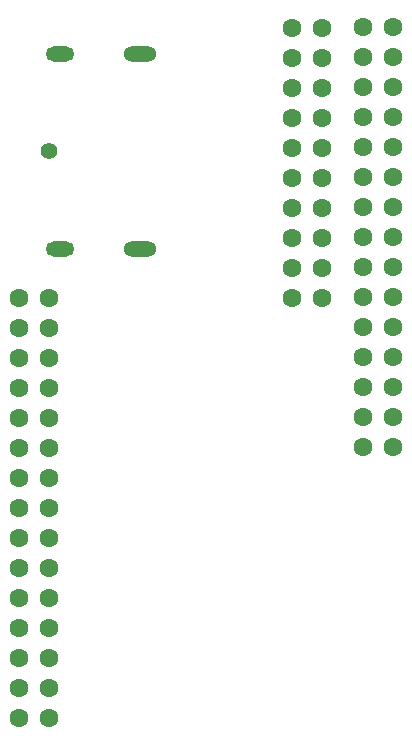
<source format=gbr>
G04 #@! TF.FileFunction,Copper,L2,Bot,Signal*
%FSLAX46Y46*%
G04 Gerber Fmt 4.6, Leading zero omitted, Abs format (unit mm)*
G04 Created by KiCad (PCBNEW 4.0.7) date 08/09/18 14:36:55*
%MOMM*%
%LPD*%
G01*
G04 APERTURE LIST*
%ADD10C,0.100000*%
%ADD11O,2.800000X1.300000*%
%ADD12O,2.400000X1.300000*%
%ADD13C,1.400000*%
%ADD14C,1.602000*%
G04 APERTURE END LIST*
D10*
D11*
X143316000Y-44582000D03*
D12*
X136536000Y-44582000D03*
D13*
X135636000Y-52832000D03*
D12*
X136536000Y-61082000D03*
D11*
X143316000Y-61082000D03*
D14*
X164770000Y-77880000D03*
X162230000Y-77880000D03*
X164770000Y-75340000D03*
X162230000Y-75340000D03*
X164770000Y-72800000D03*
X162230000Y-72800000D03*
X164770000Y-70260000D03*
X162230000Y-70260000D03*
X164770000Y-67720000D03*
X162230000Y-67720000D03*
X164770000Y-65180000D03*
X162230000Y-65180000D03*
X164770000Y-62640000D03*
X162230000Y-62640000D03*
X164770000Y-60100000D03*
X162230000Y-60100000D03*
X164770000Y-57560000D03*
X162230000Y-57560000D03*
X164770000Y-55020000D03*
X162230000Y-55020000D03*
X164770000Y-52480000D03*
X162230000Y-52480000D03*
X164770000Y-49940000D03*
X162230000Y-49940000D03*
X164770000Y-47400000D03*
X162230000Y-47400000D03*
X164770000Y-44860000D03*
X162230000Y-44860000D03*
X164770000Y-42320000D03*
X162230000Y-42320000D03*
X135670000Y-100780000D03*
X133130000Y-100780000D03*
X135670000Y-98240000D03*
X133130000Y-98240000D03*
X135670000Y-95700000D03*
X133130000Y-95700000D03*
X135670000Y-93160000D03*
X133130000Y-93160000D03*
X135670000Y-90620000D03*
X133130000Y-90620000D03*
X135670000Y-88080000D03*
X133130000Y-88080000D03*
X135670000Y-85540000D03*
X133130000Y-85540000D03*
X135670000Y-83000000D03*
X133130000Y-83000000D03*
X135670000Y-80460000D03*
X133130000Y-80460000D03*
X135670000Y-77920000D03*
X133130000Y-77920000D03*
X135670000Y-75380000D03*
X133130000Y-75380000D03*
X135670000Y-72840000D03*
X133130000Y-72840000D03*
X135670000Y-70300000D03*
X133130000Y-70300000D03*
X135670000Y-67760000D03*
X133130000Y-67760000D03*
X135670000Y-65220000D03*
X133130000Y-65220000D03*
X158750000Y-65278000D03*
X156210000Y-65278000D03*
X158750000Y-62738000D03*
X156210000Y-62738000D03*
X158750000Y-60198000D03*
X156210000Y-60198000D03*
X158750000Y-57658000D03*
X156210000Y-57658000D03*
X158750000Y-55118000D03*
X156210000Y-55118000D03*
X158750000Y-52578000D03*
X156210000Y-52578000D03*
X158750000Y-50038000D03*
X156210000Y-50038000D03*
X158750000Y-47498000D03*
X156210000Y-47498000D03*
X158750000Y-44958000D03*
X156210000Y-44958000D03*
X158750000Y-42418000D03*
X156210000Y-42418000D03*
M02*

</source>
